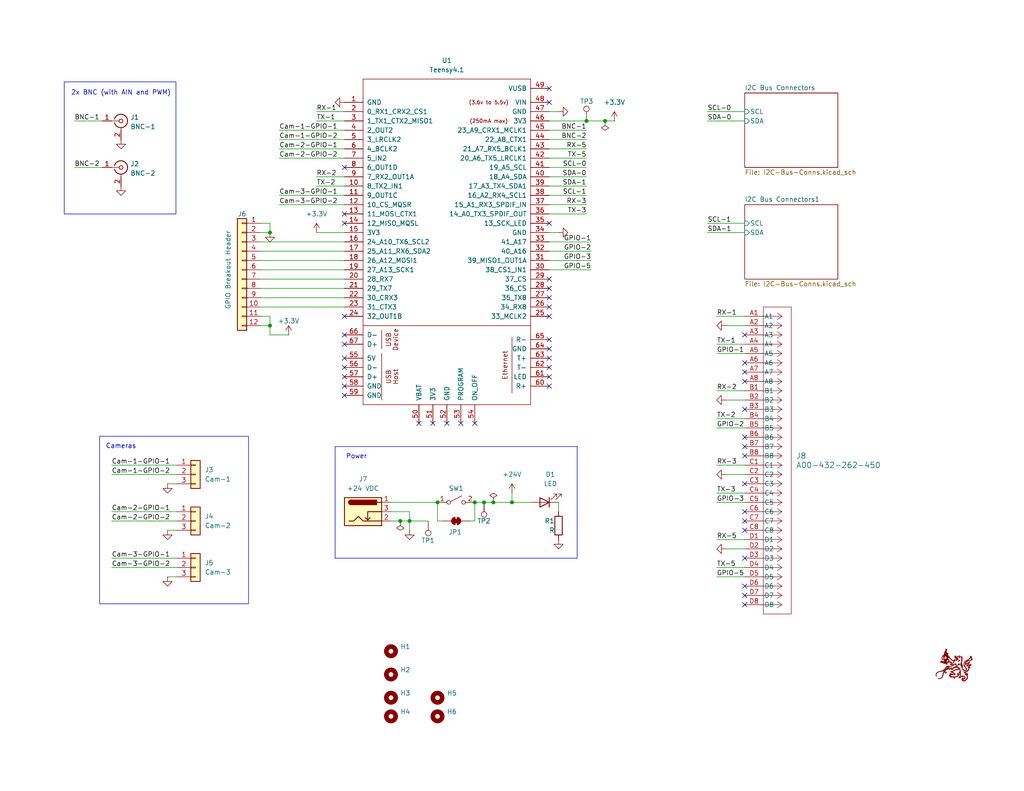
<source format=kicad_sch>
(kicad_sch (version 20250114) (generator "eeschema") (generator_version "9.0")
  (paper "USLetter")
  (title_block (title "Datta Lab Humidity Chamber Controller") (date "2026-01-07") (rev "1.0") (company "HMS Research Instrumentation Core"))
  (lib_symbols
    (symbol "Connector:Barrel_Jack_Switch" (pin_names (hide yes))
      (property "Reference" "J" (at 0 5.334 0))
      (property "Value" "Barrel_Jack_Switch" (at 0 -5.08 0))
      (symbol "Barrel_Jack_Switch_1_1"
        (pin passive line (at 7.62 2.54 180) (length 2.54) (name "~") (number "1"))
        (pin passive line (at 7.62 0 180) (length 2.54) (name "~") (number "3"))
        (pin passive line (at 7.62 -2.54 180) (length 2.54) (name "~") (number "2"))
      )
    )
    (symbol "Connector:Conn_Coaxial" (pin_names (offset 1.016) (hide yes))
      (property "Reference" "J" (at 0.254 3.048 0))
      (property "Value" "Conn_Coaxial" (at 2.921 0 90))
      (symbol "Conn_Coaxial_1_1"
        (pin passive line (at -5.08 0 0) (length 2.54) (name "In") (number "1"))
        (pin passive line (at 0 -5.08 90) (length 2.54) (name "Ext") (number "2"))
      )
    )
    (symbol "Connector:TestPoint" (pin_numbers (hide yes)) (pin_names (offset 0.762) (hide yes))
      (property "Reference" "TP" (at 0 6.858 0))
      (property "Value" "TestPoint" (at 0 5.08 0))
      (symbol "TestPoint_1_1"
        (pin passive line (at 0 0 90) (length 2.54) (name "1") (number "1"))
      )
    )
    (symbol "Connector_Generic:Conn_01x03" (pin_names (offset 1.016) (hide yes))
      (property "Reference" "J" (at 0 5.08 0))
      (property "Value" "Conn_01x03" (at 0 -5.08 0))
      (symbol "Conn_01x03_1_1"
        (pin passive line (at -5.08 2.54 0) (length 3.81) (name "Pin_1") (number "1"))
        (pin passive line (at -5.08 0 0) (length 3.81) (name "Pin_2") (number "2"))
        (pin passive line (at -5.08 -2.54 0) (length 3.81) (name "Pin_3") (number "3"))
      )
    )
    (symbol "Connector_Generic:Conn_01x12" (pin_names (offset 1.016) (hide yes))
      (property "Reference" "J" (at 0 15.24 0))
      (property "Value" "Conn_01x12" (at 0 -17.78 0))
      (symbol "Conn_01x12_1_1"
        (pin passive line (at -5.08 12.7 0) (length 3.81) (name "Pin_1") (number "1"))
        (pin passive line (at -5.08 10.16 0) (length 3.81) (name "Pin_2") (number "2"))
        (pin passive line (at -5.08 7.62 0) (length 3.81) (name "Pin_3") (number "3"))
        (pin passive line (at -5.08 5.08 0) (length 3.81) (name "Pin_4") (number "4"))
        (pin passive line (at -5.08 2.54 0) (length 3.81) (name "Pin_5") (number "5"))
        (pin passive line (at -5.08 0 0) (length 3.81) (name "Pin_6") (number "6"))
        (pin passive line (at -5.08 -2.54 0) (length 3.81) (name "Pin_7") (number "7"))
        (pin passive line (at -5.08 -5.08 0) (length 3.81) (name "Pin_8") (number "8"))
        (pin passive line (at -5.08 -7.62 0) (length 3.81) (name "Pin_9") (number "9"))
        (pin passive line (at -5.08 -10.16 0) (length 3.81) (name "Pin_10") (number "10"))
        (pin passive line (at -5.08 -12.7 0) (length 3.81) (name "Pin_11") (number "11"))
        (pin passive line (at -5.08 -15.24 0) (length 3.81) (name "Pin_12") (number "12"))
      )
    )
    (symbol "Device:LED" (pin_numbers (hide yes)) (pin_names (offset 1.016) (hide yes))
      (property "Reference" "D" (at 0 2.54 0))
      (property "Value" "LED" (at 0 -2.54 0))
      (symbol "LED_1_1"
        (pin passive line (at -3.81 0 0) (length 2.54) (name "K") (number "1"))
        (pin passive line (at 3.81 0 180) (length 2.54) (name "A") (number "2"))
      )
    )
    (symbol "Device:R" (pin_numbers (hide yes)) (pin_names (offset 0))
      (property "Reference" "R" (at 2.032 0 90))
      (property "Value" "R" (at 0 0 90))
      (symbol "R_1_1"
        (pin passive line (at 0 3.81 270) (length 1.27) (name "~") (number "1"))
        (pin passive line (at 0 -3.81 90) (length 1.27) (name "~") (number "2"))
      )
    )
    (symbol "Jumper:SolderJumper_2_Bridged" (pin_numbers (hide yes)) (pin_names (offset 0) (hide yes)) (exclude_from_sim yes) (in_bom no)
      (property "Reference" "JP" (at 0 2.032 0))
      (property "Value" "SolderJumper_2_Bridged" (at 0 -2.54 0))
      (symbol "SolderJumper_2_Bridged_1_1"
        (pin passive line (at -3.81 0 0) (length 2.54) (name "A") (number "1"))
        (pin passive line (at 3.81 0 180) (length 2.54) (name "B") (number "2"))
      )
    )
    (symbol "Mechanical:MountingHole" (pin_names (offset 1.016)) (exclude_from_sim yes) (in_bom no)
      (property "Reference" "H" (at 0 5.08 0))
      (property "Value" "MountingHole" (at 0 3.175 0))
    )
    (symbol "RIC_Logo:RIC_Logo" (pin_names (offset 1.016)))
    (symbol "RJ45_x4:A00-432-262-450" (pin_names (offset 0.254))
      (property "Reference" "J" (at 8.89 6.35 0))
      (property "Value" "A00-432-262-450" (at 0 0 0))
      (symbol "A00-432-262-450_1_1"
        (pin unspecified line (at 0 0 0) (length 5.08) (name "A1") (number "A1"))
        (pin unspecified line (at 0 -2.54 0) (length 5.08) (name "A2") (number "A2"))
        (pin unspecified line (at 0 -5.08 0) (length 5.08) (name "A3") (number "A3"))
        (pin unspecified line (at 0 -7.62 0) (length 5.08) (name "A4") (number "A4"))
        (pin unspecified line (at 0 -10.16 0) (length 5.08) (name "A5") (number "A5"))
        (pin unspecified line (at 0 -12.7 0) (length 5.08) (name "A6") (number "A6"))
        (pin unspecified line (at 0 -15.24 0) (length 5.08) (name "A7") (number "A7"))
        (pin unspecified line (at 0 -17.78 0) (length 5.08) (name "A8") (number "A8"))
        (pin unspecified line (at 0 -20.32 0) (length 5.08) (name "B1") (number "B1"))
        (pin unspecified line (at 0 -22.86 0) (length 5.08) (name "B2") (number "B2"))
        (pin unspecified line (at 0 -25.4 0) (length 5.08) (name "B3") (number "B3"))
        (pin unspecified line (at 0 -27.94 0) (length 5.08) (name "B4") (number "B4"))
        (pin unspecified line (at 0 -30.48 0) (length 5.08) (name "B5") (number "B5"))
        (pin unspecified line (at 0 -33.02 0) (length 5.08) (name "B6") (number "B6"))
        (pin unspecified line (at 0 -35.56 0) (length 5.08) (name "B7") (number "B7"))
        (pin unspecified line (at 0 -38.1 0) (length 5.08) (name "B8") (number "B8"))
        (pin unspecified line (at 0 -40.64 0) (length 5.08) (name "C1") (number "C1"))
        (pin unspecified line (at 0 -43.18 0) (length 5.08) (name "C2") (number "C2"))
        (pin unspecified line (at 0 -45.72 0) (length 5.08) (name "C3") (number "C3"))
        (pin unspecified line (at 0 -48.26 0) (length 5.08) (name "C4") (number "C4"))
        (pin unspecified line (at 0 -50.8 0) (length 5.08) (name "C5") (number "C5"))
        (pin unspecified line (at 0 -53.34 0) (length 5.08) (name "C6") (number "C6"))
        (pin unspecified line (at 0 -55.88 0) (length 5.08) (name "C7") (number "C7"))
        (pin unspecified line (at 0 -58.42 0) (length 5.08) (name "C8") (number "C8"))
        (pin unspecified line (at 0 -60.96 0) (length 5.08) (name "D1") (number "D1"))
        (pin unspecified line (at 0 -63.5 0) (length 5.08) (name "D2") (number "D2"))
        (pin unspecified line (at 0 -66.04 0) (length 5.08) (name "D3") (number "D3"))
        (pin unspecified line (at 0 -68.58 0) (length 5.08) (name "D4") (number "D4"))
        (pin unspecified line (at 0 -71.12 0) (length 5.08) (name "D5") (number "D5"))
        (pin unspecified line (at 0 -73.66 0) (length 5.08) (name "D6") (number "D6"))
        (pin unspecified line (at 0 -76.2 0) (length 5.08) (name "D7") (number "D7"))
        (pin unspecified line (at 0 -78.74 0) (length 5.08) (name "D8") (number "D8"))
      )
      (symbol "A00-432-262-450_1_2"
        (pin unspecified line (at 0 0 0) (length 5.08) (name "A1") (number "A1"))
        (pin unspecified line (at 0 -2.54 0) (length 5.08) (name "A2") (number "A2"))
        (pin unspecified line (at 0 -5.08 0) (length 5.08) (name "A3") (number "A3"))
        (pin unspecified line (at 0 -7.62 0) (length 5.08) (name "A4") (number "A4"))
        (pin unspecified line (at 0 -10.16 0) (length 5.08) (name "A5") (number "A5"))
        (pin unspecified line (at 0 -12.7 0) (length 5.08) (name "A6") (number "A6"))
        (pin unspecified line (at 0 -15.24 0) (length 5.08) (name "A7") (number "A7"))
        (pin unspecified line (at 0 -17.78 0) (length 5.08) (name "A8") (number "A8"))
        (pin unspecified line (at 0 -20.32 0) (length 5.08) (name "B1") (number "B1"))
        (pin unspecified line (at 0 -22.86 0) (length 5.08) (name "B2") (number "B2"))
        (pin unspecified line (at 0 -25.4 0) (length 5.08) (name "B3") (number "B3"))
        (pin unspecified line (at 0 -27.94 0) (length 5.08) (name "B4") (number "B4"))
        (pin unspecified line (at 0 -30.48 0) (length 5.08) (name "B5") (number "B5"))
        (pin unspecified line (at 0 -33.02 0) (length 5.08) (name "B6") (number "B6"))
        (pin unspecified line (at 0 -35.56 0) (length 5.08) (name "B7") (number "B7"))
        (pin unspecified line (at 0 -38.1 0) (length 5.08) (name "B8") (number "B8"))
        (pin unspecified line (at 0 -40.64 0) (length 5.08) (name "C1") (number "C1"))
        (pin unspecified line (at 0 -43.18 0) (length 5.08) (name "C2") (number "C2"))
        (pin unspecified line (at 0 -45.72 0) (length 5.08) (name "C3") (number "C3"))
        (pin unspecified line (at 0 -48.26 0) (length 5.08) (name "C4") (number "C4"))
        (pin unspecified line (at 0 -50.8 0) (length 5.08) (name "C5") (number "C5"))
        (pin unspecified line (at 0 -53.34 0) (length 5.08) (name "C6") (number "C6"))
        (pin unspecified line (at 0 -55.88 0) (length 5.08) (name "C7") (number "C7"))
        (pin unspecified line (at 0 -58.42 0) (length 5.08) (name "C8") (number "C8"))
        (pin unspecified line (at 0 -60.96 0) (length 5.08) (name "D1") (number "D1"))
        (pin unspecified line (at 0 -63.5 0) (length 5.08) (name "D2") (number "D2"))
        (pin unspecified line (at 0 -66.04 0) (length 5.08) (name "D3") (number "D3"))
        (pin unspecified line (at 0 -68.58 0) (length 5.08) (name "D4") (number "D4"))
        (pin unspecified line (at 0 -71.12 0) (length 5.08) (name "D5") (number "D5"))
        (pin unspecified line (at 0 -73.66 0) (length 5.08) (name "D6") (number "D6"))
        (pin unspecified line (at 0 -76.2 0) (length 5.08) (name "D7") (number "D7"))
        (pin unspecified line (at 0 -78.74 0) (length 5.08) (name "D8") (number "D8"))
      )
    )
    (symbol "Switch:SW_SPST" (pin_names (offset 0) (hide yes))
      (property "Reference" "SW" (at 0 3.175 0))
      (property "Value" "SW_SPST" (at 0 -2.54 0))
      (symbol "SW_SPST_1_1"
        (pin passive line (at -5.08 0 0) (length 2.54) (name "A") (number "1"))
        (pin passive line (at 5.08 0 180) (length 2.54) (name "B") (number "2"))
      )
    )
    (symbol "power:+24V" (power) (pin_numbers (hide yes)) (pin_names (offset 0) (hide yes))
      (property "Value" "+24V" (at 0 3.556 0))
      (symbol "+24V_1_1"
        (pin power_in line (at 0 0 90) (length 0) (name "~") (number "1"))
      )
    )
    (symbol "power:+3.3V" (power) (pin_numbers (hide yes)) (pin_names (offset 0) (hide yes))
      (property "Value" "+3.3V" (at 0 3.556 0))
      (symbol "+3.3V_1_1"
        (pin power_in line (at 0 0 90) (length 0) (name "~") (number "1"))
      )
    )
    (symbol "power:GND" (power) (pin_numbers (hide yes)) (pin_names (offset 0) (hide yes))
      (property "Value" "GND" (at 0 -3.81 0))
      (symbol "GND_1_1"
        (pin power_in line (at 0 0 270) (length 0) (name "~") (number "1"))
      )
    )
    (symbol "power:PWR_FLAG" (power) (pin_numbers (hide yes)) (pin_names (offset 0) (hide yes))
      (property "Value" "PWR_FLAG" (at 0 3.81 0))
      (symbol "PWR_FLAG_0_0"
        (pin power_out line (at 0 0 90) (length 0) (name "~") (number "1"))
      )
    )
    (symbol "teensy:Teensy4.1" (pin_names (offset 1.016))
      (property "Reference" "U" (at 0 64.77 0))
      (property "Value" "Teensy4.1" (at 0 62.23 0))
      (symbol "Teensy4.1_0_0"
        (text "USB" (at -15.875 -10.16 900) (effects (font (size 1.27 1.27))))
        (text "USB" (at -15.875 -20.32 900) (effects (font (size 1.27 1.27))))
        (text "Device" (at -13.97 -10.16 900) (effects (font (size 1.27 1.27))))
        (text "Host" (at -13.97 -20.32 900) (effects (font (size 1.27 1.27))))
        (text "(3.6v to 5.5v)" (at 11.43 54.61 0) (effects (font (size 1.016 1.016))))
        (text "(250mA max)" (at 11.43 49.53 0) (effects (font (size 1.016 1.016))))
        (text "Ethernet" (at 15.875 -17.145 900) (effects (font (size 1.27 1.27))))
        (pin bidirectional line (at -27.94 44.45 0) (length 5.08) (name "3_LRCLK2") (number "5"))
        (pin bidirectional line (at -27.94 41.91 0) (length 5.08) (name "4_BCLK2") (number "6"))
        (pin bidirectional line (at -27.94 39.37 0) (length 5.08) (name "5_IN2") (number "7"))
        (pin bidirectional line (at -27.94 36.83 0) (length 5.08) (name "6_OUT1D") (number "8"))
        (pin bidirectional line (at -27.94 34.29 0) (length 5.08) (name "7_RX2_OUT1A") (number "9"))
        (pin bidirectional line (at -27.94 31.75 0) (length 5.08) (name "8_TX2_IN1") (number "10"))
        (pin bidirectional line (at -27.94 29.21 0) (length 5.08) (name "9_OUT1C") (number "11"))
        (pin bidirectional line (at -27.94 26.67 0) (length 5.08) (name "10_CS_MQSR") (number "12"))
        (pin bidirectional line (at -27.94 24.13 0) (length 5.08) (name "11_MOSI_CTX1") (number "13"))
        (pin bidirectional line (at -27.94 21.59 0) (length 5.08) (name "12_MISO_MQSL") (number "14"))
        (pin power_in line (at -27.94 19.05 0) (length 5.08) (name "3V3") (number "15"))
        (pin bidirectional line (at -27.94 16.51 0) (length 5.08) (name "24_A10_TX6_SCL2") (number "16"))
        (pin bidirectional line (at -27.94 13.97 0) (length 5.08) (name "25_A11_RX6_SDA2") (number "17"))
        (pin bidirectional line (at -27.94 11.43 0) (length 5.08) (name "26_A12_MOSI1") (number "18"))
        (pin bidirectional line (at -27.94 8.89 0) (length 5.08) (name "27_A13_SCK1") (number "19"))
        (pin bidirectional line (at -27.94 6.35 0) (length 5.08) (name "28_RX7") (number "20"))
        (pin bidirectional line (at -27.94 3.81 0) (length 5.08) (name "29_TX7") (number "21"))
        (pin bidirectional line (at -27.94 1.27 0) (length 5.08) (name "30_CRX3") (number "22"))
        (pin bidirectional line (at -27.94 -1.27 0) (length 5.08) (name "31_CTX3") (number "23"))
        (pin bidirectional line (at -27.94 -3.81 0) (length 5.08) (name "32_OUT1B") (number "24"))
        (pin bidirectional line (at -27.94 -8.89 0) (length 5.08) (name "D-") (number "66"))
        (pin bidirectional line (at -27.94 -11.43 0) (length 5.08) (name "D+") (number "67"))
        (pin power_out line (at -27.94 -15.24 0) (length 5.08) (name "5V") (number "55"))
        (pin bidirectional line (at -27.94 -17.78 0) (length 5.08) (name "D-") (number "56"))
        (pin bidirectional line (at -27.94 -20.32 0) (length 5.08) (name "D+") (number "57"))
        (pin power_in line (at -27.94 -22.86 0) (length 5.08) (name "GND") (number "58"))
        (pin power_in line (at -27.94 -25.4 0) (length 5.08) (name "GND") (number "59"))
        (pin power_in line (at -7.62 -33.02 90) (length 5.08) (name "VBAT") (number "50"))
        (pin power_in line (at -3.81 -33.02 90) (length 5.08) (name "3V3") (number "51"))
        (pin input line (at 0 -33.02 90) (length 5.08) (name "GND") (number "52"))
        (pin input line (at 3.81 -33.02 90) (length 5.08) (name "PROGRAM") (number "53"))
        (pin input line (at 7.62 -33.02 90) (length 5.08) (name "ON_OFF") (number "54"))
        (pin power_out line (at 27.94 58.42 180) (length 5.08) (name "VUSB") (number "49"))
        (pin power_in line (at 27.94 54.61 180) (length 5.08) (name "VIN") (number "48"))
        (pin output line (at 27.94 52.07 180) (length 5.08) (name "GND") (number "47"))
        (pin output line (at 27.94 49.53 180) (length 5.08) (name "3V3") (number "46"))
        (pin bidirectional line (at 27.94 46.99 180) (length 5.08) (name "23_A9_CRX1_MCLK1") (number "45"))
        (pin bidirectional line (at 27.94 44.45 180) (length 5.08) (name "22_A8_CTX1") (number "44"))
        (pin bidirectional line (at 27.94 41.91 180) (length 5.08) (name "21_A7_RX5_BCLK1") (number "43"))
        (pin bidirectional line (at 27.94 39.37 180) (length 5.08) (name "20_A6_TX5_LRCLK1") (number "42"))
        (pin bidirectional line (at 27.94 36.83 180) (length 5.08) (name "19_A5_SCL") (number "41"))
        (pin bidirectional line (at 27.94 34.29 180) (length 5.08) (name "18_A4_SDA") (number "40"))
        (pin bidirectional line (at 27.94 31.75 180) (length 5.08) (name "17_A3_TX4_SDA1") (number "39"))
        (pin bidirectional line (at 27.94 29.21 180) (length 5.08) (name "16_A2_RX4_SCL1") (number "38"))
        (pin bidirectional line (at 27.94 26.67 180) (length 5.08) (name "15_A1_RX3_SPDIF_IN") (number "37"))
        (pin bidirectional line (at 27.94 24.13 180) (length 5.08) (name "14_A0_TX3_SPDIF_OUT") (number "36"))
        (pin bidirectional line (at 27.94 21.59 180) (length 5.08) (name "13_SCK_LED") (number "35"))
        (pin bidirectional line (at 27.94 16.51 180) (length 5.08) (name "41_A17") (number "33"))
        (pin bidirectional line (at 27.94 13.97 180) (length 5.08) (name "40_A16") (number "32"))
        (pin bidirectional line (at 27.94 11.43 180) (length 5.08) (name "39_MISO1_OUT1A") (number "31"))
        (pin bidirectional line (at 27.94 8.89 180) (length 5.08) (name "38_CS1_IN1") (number "30"))
        (pin bidirectional line (at 27.94 6.35 180) (length 5.08) (name "37_CS") (number "29"))
        (pin bidirectional line (at 27.94 3.81 180) (length 5.08) (name "36_CS") (number "28"))
        (pin bidirectional line (at 27.94 1.27 180) (length 5.08) (name "35_TX8") (number "27"))
        (pin bidirectional line (at 27.94 -1.27 180) (length 5.08) (name "34_RX8") (number "26"))
        (pin bidirectional line (at 27.94 -3.81 180) (length 5.08) (name "33_MCLK2") (number "25"))
        (pin bidirectional line (at 27.94 -10.16 180) (length 5.08) (name "R-") (number "65"))
        (pin power_in line (at 27.94 -12.7 180) (length 5.08) (name "GND") (number "64"))
        (pin bidirectional line (at 27.94 -15.24 180) (length 5.08) (name "T+") (number "63"))
        (pin bidirectional line (at 27.94 -17.78 180) (length 5.08) (name "T-") (number "62"))
        (pin bidirectional line (at 27.94 -20.32 180) (length 5.08) (name "LED") (number "61"))
        (pin bidirectional line (at 27.94 -22.86 180) (length 5.08) (name "R+") (number "60"))
      )
      (symbol "Teensy4.1_1_1"
        (pin power_in line (at -27.94 54.61 0) (length 5.08) (name "GND") (number "1"))
        (pin bidirectional line (at -27.94 52.07 0) (length 5.08) (name "0_RX1_CRX2_CS1") (number "2"))
        (pin bidirectional line (at -27.94 49.53 0) (length 5.08) (name "1_TX1_CTX2_MISO1") (number "3"))
        (pin bidirectional line (at -27.94 46.99 0) (length 5.08) (name "2_OUT2") (number "4"))
        (pin power_in line (at 27.94 19.05 180) (length 5.08) (name "GND") (number "34"))
      )
    )
  )
  (rectangle (start 17.526 22.352) (end 48.006 58.42))
  (rectangle (start 27.178 119.126) (end 67.818 164.846))
  (rectangle (start 91.44 121.92) (end 157.48 152.4))
  (text "Power" (at 97.282 124.714 0) (effects (font (size 1.27 1.27))))
  (text "Cameras" (at 33.02 121.92 0) (effects (font (size 1.27 1.27))))
  (text "2x BNC (with AIN and PWM)" (at 33.02 25.4 0) (effects (font (size 1.27 1.27))))
  (junction (at 129.54 137.16))
  (junction (at 134.62 137.16))
  (junction (at 160.02 33.02))
  (junction (at 165.1 33.02))
  (junction (at 73.66 63.5))
  (junction (at 119.38 137.16))
  (junction (at 73.66 88.9))
  (junction (at 111.76 142.24))
  (junction (at 132.08 137.16))
  (junction (at 109.22 142.24))
  (junction (at 139.7 137.16))
  (no_connect (at 93.98 105.41))
  (no_connect (at 203.2 165.1))
  (no_connect (at 149.86 97.79))
  (no_connect (at 149.86 100.33))
  (no_connect (at 149.86 60.96))
  (no_connect (at 93.98 102.87))
  (no_connect (at 118.11 115.57))
  (no_connect (at 149.86 92.71))
  (no_connect (at 203.2 124.46))
  (no_connect (at 121.92 115.57))
  (no_connect (at 203.2 101.6))
  (no_connect (at 93.98 97.79))
  (no_connect (at 149.86 81.28))
  (no_connect (at 114.3 115.57))
  (no_connect (at 93.98 107.95))
  (no_connect (at 149.86 83.82))
  (no_connect (at 203.2 142.24))
  (no_connect (at 93.98 86.36))
  (no_connect (at 203.2 144.78))
  (no_connect (at 149.86 24.13))
  (no_connect (at 129.54 115.57))
  (no_connect (at 93.98 100.33))
  (no_connect (at 203.2 139.7))
  (no_connect (at 149.86 95.25))
  (no_connect (at 203.2 152.4))
  (no_connect (at 203.2 99.06))
  (no_connect (at 93.98 93.98))
  (no_connect (at 203.2 160.02))
  (no_connect (at 203.2 132.08))
  (no_connect (at 203.2 91.44))
  (no_connect (at 125.73 115.57))
  (no_connect (at 149.86 78.74))
  (no_connect (at 93.98 45.72))
  (no_connect (at 203.2 162.56))
  (no_connect (at 203.2 104.14))
  (no_connect (at 149.86 76.2))
  (no_connect (at 149.86 86.36))
  (no_connect (at 203.2 119.38))
  (no_connect (at 149.86 27.94))
  (no_connect (at 149.86 105.41))
  (no_connect (at 93.98 91.44))
  (no_connect (at 149.86 102.87))
  (no_connect (at 93.98 58.42))
  (no_connect (at 93.98 60.96))
  (no_connect (at 203.2 121.92))
  (no_connect (at 203.2 111.76))
  (wire (pts (xy 139.7 137.16) (xy 139.7 134.62)))
  (wire (pts (xy 195.58 154.94) (xy 203.2 154.94)))
  (wire (pts (xy 106.68 139.7) (xy 111.76 139.7)))
  (wire (pts (xy 71.12 68.58) (xy 93.98 68.58)))
  (wire (pts (xy 149.86 66.04) (xy 161.29 66.04)))
  (wire (pts (xy 160.02 43.18) (xy 149.86 43.18)))
  (wire (pts (xy 20.32 45.72) (xy 27.94 45.72)))
  (wire (pts (xy 73.66 86.36) (xy 73.66 88.9)))
  (wire (pts (xy 195.58 96.52) (xy 203.2 96.52)))
  (wire (pts (xy 76.2 53.34) (xy 93.98 53.34)))
  (wire (pts (xy 149.86 73.66) (xy 161.29 73.66)))
  (wire (pts (xy 86.36 50.8) (xy 93.98 50.8)))
  (wire (pts (xy 71.12 83.82) (xy 93.98 83.82)))
  (wire (pts (xy 30.48 142.24) (xy 48.26 142.24)))
  (wire (pts (xy 71.12 73.66) (xy 93.98 73.66)))
  (wire (pts (xy 30.48 129.54) (xy 48.26 129.54)))
  (wire (pts (xy 109.22 142.24) (xy 111.76 142.24)))
  (wire (pts (xy 198.12 88.9) (xy 203.2 88.9)))
  (wire (pts (xy 149.86 33.02) (xy 160.02 33.02)))
  (wire (pts (xy 149.86 55.88) (xy 160.02 55.88)))
  (wire (pts (xy 160.02 48.26) (xy 149.86 48.26)))
  (wire (pts (xy 71.12 88.9) (xy 73.66 88.9)))
  (wire (pts (xy 149.86 40.64) (xy 160.02 40.64)))
  (wire (pts (xy 111.76 139.7) (xy 111.76 142.24)))
  (wire (pts (xy 139.7 137.16) (xy 144.78 137.16)))
  (wire (pts (xy 71.12 71.12) (xy 93.98 71.12)))
  (wire (pts (xy 160.02 33.02) (xy 165.1 33.02)))
  (wire (pts (xy 76.2 43.18) (xy 93.98 43.18)))
  (wire (pts (xy 129.54 137.16) (xy 132.08 137.16)))
  (wire (pts (xy 71.12 86.36) (xy 73.66 86.36)))
  (wire (pts (xy 73.66 63.5) (xy 73.66 60.96)))
  (wire (pts (xy 195.58 116.84) (xy 203.2 116.84)))
  (wire (pts (xy 149.86 38.1) (xy 160.02 38.1)))
  (wire (pts (xy 195.58 137.16) (xy 203.2 137.16)))
  (wire (pts (xy 71.12 76.2) (xy 93.98 76.2)))
  (wire (pts (xy 128.27 142.24) (xy 129.54 142.24)))
  (wire (pts (xy 195.58 147.32) (xy 203.2 147.32)))
  (wire (pts (xy 198.12 149.86) (xy 203.2 149.86)))
  (wire (pts (xy 160.02 45.72) (xy 149.86 45.72)))
  (wire (pts (xy 195.58 93.98) (xy 203.2 93.98)))
  (wire (pts (xy 76.2 40.64) (xy 93.98 40.64)))
  (wire (pts (xy 149.86 35.56) (xy 160.02 35.56)))
  (wire (pts (xy 198.12 129.54) (xy 203.2 129.54)))
  (wire (pts (xy 119.38 137.16) (xy 119.38 142.24)))
  (wire (pts (xy 152.4 137.16) (xy 152.4 139.7)))
  (wire (pts (xy 106.68 137.16) (xy 119.38 137.16)))
  (wire (pts (xy 71.12 66.04) (xy 93.98 66.04)))
  (wire (pts (xy 134.62 137.16) (xy 139.7 137.16)))
  (wire (pts (xy 193.04 60.96) (xy 203.2 60.96)))
  (wire (pts (xy 73.66 91.44) (xy 73.66 88.9)))
  (wire (pts (xy 195.58 86.36) (xy 203.2 86.36)))
  (wire (pts (xy 119.38 142.24) (xy 120.65 142.24)))
  (wire (pts (xy 149.86 63.5) (xy 152.4 63.5)))
  (wire (pts (xy 111.76 142.24) (xy 116.84 142.24)))
  (wire (pts (xy 45.72 132.08) (xy 48.26 132.08)))
  (wire (pts (xy 86.36 30.48) (xy 93.98 30.48)))
  (wire (pts (xy 76.2 38.1) (xy 93.98 38.1)))
  (wire (pts (xy 195.58 134.62) (xy 203.2 134.62)))
  (wire (pts (xy 45.72 144.78) (xy 48.26 144.78)))
  (wire (pts (xy 71.12 81.28) (xy 93.98 81.28)))
  (wire (pts (xy 165.1 33.02) (xy 167.64 33.02)))
  (wire (pts (xy 193.04 30.48) (xy 203.2 30.48)))
  (wire (pts (xy 149.86 68.58) (xy 161.29 68.58)))
  (wire (pts (xy 76.2 35.56) (xy 93.98 35.56)))
  (wire (pts (xy 160.02 53.34) (xy 149.86 53.34)))
  (wire (pts (xy 129.54 142.24) (xy 129.54 137.16)))
  (wire (pts (xy 195.58 106.68) (xy 203.2 106.68)))
  (wire (pts (xy 106.68 142.24) (xy 109.22 142.24)))
  (wire (pts (xy 195.58 157.48) (xy 203.2 157.48)))
  (wire (pts (xy 86.36 33.02) (xy 93.98 33.02)))
  (wire (pts (xy 71.12 78.74) (xy 93.98 78.74)))
  (wire (pts (xy 86.36 48.26) (xy 93.98 48.26)))
  (wire (pts (xy 193.04 63.5) (xy 203.2 63.5)))
  (wire (pts (xy 73.66 60.96) (xy 71.12 60.96)))
  (wire (pts (xy 149.86 71.12) (xy 161.29 71.12)))
  (wire (pts (xy 20.32 33.02) (xy 27.94 33.02)))
  (wire (pts (xy 76.2 55.88) (xy 93.98 55.88)))
  (wire (pts (xy 71.12 63.5) (xy 73.66 63.5)))
  (wire (pts (xy 198.12 109.22) (xy 203.2 109.22)))
  (wire (pts (xy 30.48 127) (xy 48.26 127)))
  (wire (pts (xy 30.48 139.7) (xy 48.26 139.7)))
  (wire (pts (xy 195.58 114.3) (xy 203.2 114.3)))
  (wire (pts (xy 132.08 137.16) (xy 134.62 137.16)))
  (wire (pts (xy 78.74 91.44) (xy 73.66 91.44)))
  (wire (pts (xy 30.48 154.94) (xy 48.26 154.94)))
  (wire (pts (xy 111.76 142.24) (xy 111.76 144.78)))
  (wire (pts (xy 193.04 33.02) (xy 203.2 33.02)))
  (wire (pts (xy 195.58 127) (xy 203.2 127)))
  (wire (pts (xy 93.98 63.5) (xy 86.36 63.5)))
  (wire (pts (xy 45.72 157.48) (xy 48.26 157.48)))
  (wire (pts (xy 149.86 58.42) (xy 160.02 58.42)))
  (wire (pts (xy 160.02 50.8) (xy 149.86 50.8)))
  (wire (pts (xy 149.86 30.48) (xy 152.4 30.48)))
  (wire (pts (xy 30.48 152.4) (xy 48.26 152.4)))
  (label "SCL-1" (at 193.04 60.96 0))
  (label "Cam-3-GPIO-2" (at 30.48 154.94 0))
  (label "GPIO-5" (at 161.29 73.66 180))
  (label "SCL-0" (at 193.04 30.48 0))
  (label "Cam-2-GPIO-2" (at 76.2 43.18 0))
  (label "RX-5" (at 160.02 40.64 180))
  (label "RX-3" (at 195.58 127 0))
  (label "GPIO-1" (at 161.29 66.04 180))
  (label "SDA-0" (at 160.02 48.26 180))
  (label "BNC-1" (at 160.02 35.56 180))
  (label "SCL-0" (at 160.02 45.72 180))
  (label "TX-3" (at 195.58 134.62 0))
  (label "TX-5" (at 195.58 154.94 0))
  (label "Cam-3-GPIO-1" (at 76.2 53.34 0))
  (label "TX-1" (at 86.36 33.02 0))
  (label "Cam-1-GPIO-2" (at 76.2 38.1 0))
  (label "RX-1" (at 86.36 30.48 0))
  (label "TX-2" (at 195.58 114.3 0))
  (label "TX-5" (at 160.02 43.18 180))
  (label "Cam-1-GPIO-1" (at 76.2 35.56 0))
  (label "RX-5" (at 195.58 147.32 0))
  (label "GPIO-3" (at 161.29 71.12 180))
  (label "GPIO-3" (at 195.58 137.16 0))
  (label "Cam-1-GPIO-1" (at 30.48 127 0))
  (label "SCL-1" (at 160.02 53.34 180))
  (label "Cam-2-GPIO-2" (at 30.48 142.24 0))
  (label "Cam-2-GPIO-1" (at 30.48 139.7 0))
  (label "Cam-3-GPIO-2" (at 76.2 55.88 0))
  (label "GPIO-2" (at 161.29 68.58 180))
  (label "Cam-2-GPIO-1" (at 76.2 40.64 0))
  (label "RX-2" (at 86.36 48.26 0))
  (label "SDA-1" (at 160.02 50.8 180))
  (label "BNC-2" (at 20.32 45.72 0))
  (label "RX-1" (at 195.58 86.36 0))
  (label "TX-1" (at 195.58 93.98 0))
  (label "GPIO-1" (at 195.58 96.52 0))
  (label "Cam-1-GPIO-2" (at 30.48 129.54 0))
  (label "SDA-1" (at 193.04 63.5 0))
  (label "SDA-0" (at 193.04 33.02 0))
  (label "TX-3" (at 160.02 58.42 180))
  (label "GPIO-5" (at 195.58 157.48 0))
  (label "RX-3" (at 160.02 55.88 180))
  (label "BNC-1" (at 20.32 33.02 0))
  (label "GPIO-2" (at 195.58 116.84 0))
  (label "Cam-3-GPIO-1" (at 30.48 152.4 0))
  (label "TX-2" (at 86.36 50.8 0))
  (label "BNC-2" (at 160.02 38.1 180))
  (label "RX-2" (at 195.58 106.68 0))
  (symbol (lib_id "power:GND") (at 33.02 38.1 0) (unit 1)
    (property "Reference" "#PWR01" (effects (hide yes)))
    (property "Value" "GND" (effects (hide yes)))
    (property "Description" "Power symbol creates a global label with name \"GND\" , ground" (effects (hide yes)))
  )
  (symbol (lib_id "Device:LED") (at 148.59 137.16 180) (unit 1)
    (property "Reference" "D1" (at 150.1775 129.54 0))
    (property "Value" "LED" (at 150.1775 132.08 0))
    (property "Footprint" "LED_THT:LED_D3.0mm" (effects (hide yes)))
    (property "Description" "Light emitting diode" (effects (hide yes)))
    (property "Sim.Pins" "1=K 2=A" (effects (hide yes)))
  )
  (symbol (lib_id "power:GND") (at 111.76 144.78 0) (unit 1)
    (property "Reference" "#PWR010" (effects (hide yes)))
    (property "Value" "GND" (effects (hide yes)))
    (property "Description" "Power symbol creates a global label with name \"GND\" , ground" (effects (hide yes)))
  )
  (symbol (lib_id "Connector:Conn_Coaxial") (at 33.02 33.02 0) (unit 1)
    (property "Reference" "J1" (at 35.56 32.0431 0) (effects (justify left)))
    (property "Value" "BNC-1" (at 35.56 34.5831 0) (effects (justify left)))
    (property "Footprint" "Connector_Coaxial:BNC_Amphenol_B6252HB-NPP3G-50_Horizontal" (effects (hide yes)))
    (property "Description" "coaxial connector (BNC, SMA, SMB, SMC, Cinch/RCA, LEMO, ...)" (effects (hide yes)))
  )
  (symbol (lib_id "teensy:Teensy4.1") (at 121.92 82.55 0) (unit 1)
    (property "Reference" "U1" (at 121.92 16.51 0))
    (property "Value" "Teensy4.1" (at 121.92 19.05 0))
    (property "Footprint" "teensy:Teensy41_noInternalPins" (effects (hide yes)))
  )
  (symbol (lib_id "power:+3.3V") (at 78.74 91.44 0) (unit 1)
    (property "Reference" "#PWR07" (effects (hide yes)))
    (property "Value" "+3.3V" (at 78.74 87.63 0))
    (property "Description" "Power symbol creates a global label with name \"+3.3V\"" (effects (hide yes)))
  )
  (symbol (lib_id "Switch:SW_SPST") (at 124.46 137.16 0) (unit 1)
    (property "Reference" "SW1" (at 124.46 133.35 0))
    (property "Value" "500SSP1S1M6QEA" (effects (hide yes)))
    (property "Footprint" "OnOff_Switch:SW_500SSP1S1M6QEA" (effects (hide yes)))
    (property "Description" "E-Switch 500SSP1S1M6QEA (EG2478-ND)" (effects (hide yes)))
  )
  (symbol (lib_id "Connector:Barrel_Jack_Switch") (at 99.06 139.7 0) (unit 1)
    (property "Reference" "J7" (at 99.06 130.81 0))
    (property "Value" "+24 VDC" (at 99.06 133.35 0))
    (property "Footprint" "Connector_BarrelJack:BarrelJack_CUI_PJ-102AH_Horizontal" (effects (hide yes)))
    (property "Description" "DC Barrel Jack with an internal switch" (effects (hide yes)))
  )
  (symbol (lib_id "Connector:TestPoint") (at 132.08 137.16 180) (unit 1)
    (property "Reference" "TP2" (at 133.858 142.24 0) (effects (justify left)))
    (property "Value" "24V" (effects (hide yes)))
    (property "Footprint" "TestPoint:TestPoint_Loop_D1.80mm_Drill1.0mm_Beaded" (effects (hide yes)))
    (property "Description" "test point" (effects (hide yes)))
  )
  (symbol (lib_id "power:+3.3V") (at 167.64 33.02 0) (unit 1)
    (property "Reference" "#PWR015" (effects (hide yes)))
    (property "Value" "+3.3V" (at 167.64 27.94 0))
    (property "Description" "Power symbol creates a global label with name \"+3.3V\"" (effects (hide yes)))
  )
  (symbol (lib_id "Connector:Conn_Coaxial") (at 33.02 45.72 0) (unit 1)
    (property "Reference" "J2" (at 35.56 44.7431 0) (effects (justify left)))
    (property "Value" "BNC-2" (at 35.56 47.2831 0) (effects (justify left)))
    (property "Footprint" "Connector_Coaxial:BNC_Amphenol_B6252HB-NPP3G-50_Horizontal" (effects (hide yes)))
    (property "Description" "coaxial connector (BNC, SMA, SMB, SMC, Cinch/RCA, LEMO, ...)" (effects (hide yes)))
  )
  (symbol (lib_id "Mechanical:MountingHole") (at 106.68 184.15 0) (unit 1) (exclude_from_sim yes) (in_bom no)
    (property "Reference" "H2" (at 109.22 182.8799 0) (effects (justify left)))
    (property "Value" "MountingHole" (effects (hide yes)))
    (property "Footprint" "MountingHole:MountingHole_3.2mm_M3" (effects (hide yes)))
    (property "Description" "Mounting Hole without connection" (effects (hide yes)))
  )
  (symbol (lib_id "RIC_Logo:RIC_Logo") (at 260.35 181.61 0) (unit 1)
    (property "Reference" "G1" (effects (hide yes)))
    (property "Value" "RIC_Logo" (effects (hide yes)))
    (property "Footprint" "RIC Logo Footprints:RIC_Logo_15mm" (effects (hide yes)))
  )
  (symbol (lib_id "power:+24V") (at 139.7 134.62 0) (unit 1)
    (property "Reference" "#PWR011" (effects (hide yes)))
    (property "Value" "+24V" (at 139.7 129.54 0))
    (property "Description" "Power symbol creates a global label with name \"+24V\"" (effects (hide yes)))
  )
  (symbol (lib_id "Connector_Generic:Conn_01x03") (at 53.34 154.94 0) (unit 1)
    (property "Reference" "J5" (at 55.88 153.6699 0) (effects (justify left)))
    (property "Value" "Cam-3" (at 55.88 156.2099 0) (effects (justify left)))
    (property "Footprint" "Connector_PinSocket_2.54mm:PinSocket_1x03_P2.54mm_Vertical" (effects (hide yes)))
    (property "Description" "Generic connector, single row, 01x03, script generated (kicad-library-utils/schlib/autogen/connector/)" (effects (hide yes)))
  )
  (symbol (lib_id "power:PWR_FLAG") (at 165.1 33.02 180) (unit 1)
    (property "Reference" "#FLG03" (effects (hide yes)))
    (property "Value" "PWR_FLAG" (effects (hide yes)))
    (property "Description" "Special symbol for telling ERC where power comes from" (effects (hide yes)))
  )
  (symbol (lib_id "Device:R") (at 152.4 143.51 0) (unit 1)
    (property "Reference" "R1" (at 148.59 142.24 0) (effects (justify left)))
    (property "Value" "R" (at 149.86 144.78 0) (effects (justify left)))
    (property "Footprint" "Resistor_THT:R_Axial_DIN0207_L6.3mm_D2.5mm_P10.16mm_Horizontal" (effects (hide yes)))
    (property "Description" "Resistor" (effects (hide yes)))
  )
  (symbol (lib_id "power:PWR_FLAG") (at 134.62 137.16 0) (unit 1)
    (property "Reference" "#FLG02" (effects (hide yes)))
    (property "Value" "PWR_FLAG" (effects (hide yes)))
    (property "Description" "Special symbol for telling ERC where power comes from" (effects (hide yes)))
  )
  (symbol (lib_id "Connector_Generic:Conn_01x12") (at 66.04 73.66 0) (mirror y) (unit 1)
    (property "Reference" "J6" (at 66.04 58.42 0))
    (property "Value" "GPIO Breakout Header" (at 62.23 73.66 90))
    (property "Footprint" "Connector_PinHeader_2.54mm:PinHeader_1x12_P2.54mm_Vertical" (effects (hide yes)))
    (property "Description" "Generic connector, single row, 01x12, script generated (kicad-library-utils/schlib/autogen/connector/)" (effects (hide yes)))
  )
  (symbol (lib_id "Jumper:SolderJumper_2_Bridged") (at 124.46 142.24 0) (unit 1) (exclude_from_sim yes) (in_bom no)
    (property "Reference" "JP1" (at 124.206 145.288 0))
    (property "Value" "SolderJumper_2_Open" (effects (hide yes)))
    (property "Footprint" "Jumper:SolderJumper-2_P1.3mm_Bridged_RoundedPad1.0x1.5mm" (effects (hide yes)))
    (property "Description" "Solder Jumper, 2-pole, closed/bridged" (effects (hide yes)))
  )
  (symbol (lib_id "Mechanical:MountingHole") (at 119.38 195.58 0) (unit 1) (exclude_from_sim yes) (in_bom no)
    (property "Reference" "H6" (at 121.92 194.3099 0) (effects (justify left)))
    (property "Value" "MountingHole" (effects (hide yes)))
    (property "Footprint" "MountingHole:MountingHole_3.2mm_M3" (effects (hide yes)))
    (property "Description" "Mounting Hole without connection" (effects (hide yes)))
  )
  (symbol (lib_id "power:GND") (at 198.12 129.54 270) (unit 1)
    (property "Reference" "#PWR018" (effects (hide yes)))
    (property "Value" "GND" (effects (hide yes)))
    (property "Description" "Power symbol creates a global label with name \"GND\" , ground" (effects (hide yes)))
  )
  (symbol (lib_id "power:GND") (at 198.12 109.22 270) (unit 1)
    (property "Reference" "#PWR017" (effects (hide yes)))
    (property "Value" "GND" (effects (hide yes)))
    (property "Description" "Power symbol creates a global label with name \"GND\" , ground" (effects (hide yes)))
  )
  (symbol (lib_id "power:GND") (at 198.12 149.86 270) (unit 1)
    (property "Reference" "#PWR019" (effects (hide yes)))
    (property "Value" "GND" (effects (hide yes)))
    (property "Description" "Power symbol creates a global label with name \"GND\" , ground" (effects (hide yes)))
  )
  (symbol (lib_id "power:GND") (at 45.72 157.48 0) (unit 1)
    (property "Reference" "#PWR05" (effects (hide yes)))
    (property "Value" "GND" (effects (hide yes)))
    (property "Description" "Power symbol creates a global label with name \"GND\" , ground" (effects (hide yes)))
  )
  (symbol (lib_id "power:GND") (at 198.12 88.9 270) (unit 1)
    (property "Reference" "#PWR016" (effects (hide yes)))
    (property "Value" "GND" (effects (hide yes)))
    (property "Description" "Power symbol creates a global label with name \"GND\" , ground" (effects (hide yes)))
  )
  (symbol (lib_id "Mechanical:MountingHole") (at 119.38 190.5 0) (unit 1) (exclude_from_sim yes) (in_bom no)
    (property "Reference" "H5" (at 121.92 189.2299 0) (effects (justify left)))
    (property "Value" "MountingHole" (effects (hide yes)))
    (property "Footprint" "MountingHole:MountingHole_3.2mm_M3" (effects (hide yes)))
    (property "Description" "Mounting Hole without connection" (effects (hide yes)))
  )
  (symbol (lib_id "power:GND") (at 93.98 27.94 270) (unit 1)
    (property "Reference" "#PWR09" (effects (hide yes)))
    (property "Value" "GND" (effects (hide yes)))
    (property "Description" "Power symbol creates a global label with name \"GND\" , ground" (effects (hide yes)))
  )
  (symbol (lib_id "RJ45_x4:A00-432-262-450") (at 203.2 86.36 0) (unit 1)
    (property "Reference" "J8" (at 217.17 124.4599 0) (effects (font (size 1.524 1.524)) (justify left)))
    (property "Value" "A00-432-262-450" (at 217.17 126.9999 0) (effects (font (size 1.524 1.524)) (justify left)))
    (property "Footprint" "RJ45_x4:CONN_A00-432-262-450_EDA" (effects (hide yes)))
    (property "Datasheet" "A00-432-262-450" (effects (hide yes)))
  )
  (symbol (lib_id "Mechanical:MountingHole") (at 106.68 195.58 0) (unit 1) (exclude_from_sim yes) (in_bom no)
    (property "Reference" "H4" (at 109.22 194.3099 0) (effects (justify left)))
    (property "Value" "MountingHole" (effects (hide yes)))
    (property "Footprint" "MountingHole:MountingHole_3.2mm_M3" (effects (hide yes)))
    (property "Description" "Mounting Hole without connection" (effects (hide yes)))
  )
  (symbol (lib_id "power:PWR_FLAG") (at 109.22 142.24 180) (unit 1)
    (property "Reference" "#FLG01" (effects (hide yes)))
    (property "Value" "PWR_FLAG" (effects (hide yes)))
    (property "Description" "Special symbol for telling ERC where power comes from" (effects (hide yes)))
  )
  (symbol (lib_id "power:GND") (at 152.4 63.5 90) (unit 1)
    (property "Reference" "#PWR013" (effects (hide yes)))
    (property "Value" "GND" (effects (hide yes)))
    (property "Description" "Power symbol creates a global label with name \"GND\" , ground" (effects (hide yes)))
  )
  (symbol (lib_id "power:GND") (at 152.4 147.32 0) (unit 1)
    (property "Reference" "#PWR014" (effects (hide yes)))
    (property "Value" "GND" (effects (hide yes)))
    (property "Description" "Power symbol creates a global label with name \"GND\" , ground" (effects (hide yes)))
  )
  (symbol (lib_id "Connector_Generic:Conn_01x03") (at 53.34 142.24 0) (unit 1)
    (property "Reference" "J4" (at 55.88 140.9699 0) (effects (justify left)))
    (property "Value" "Cam-2" (at 55.88 143.5099 0) (effects (justify left)))
    (property "Footprint" "Connector_PinSocket_2.54mm:PinSocket_1x03_P2.54mm_Vertical" (effects (hide yes)))
    (property "Description" "Generic connector, single row, 01x03, script generated (kicad-library-utils/schlib/autogen/connector/)" (effects (hide yes)))
  )
  (symbol (lib_id "Mechanical:MountingHole") (at 106.68 190.5 0) (unit 1) (exclude_from_sim yes) (in_bom no)
    (property "Reference" "H3" (at 109.22 189.2299 0) (effects (justify left)))
    (property "Value" "MountingHole" (effects (hide yes)))
    (property "Footprint" "MountingHole:MountingHole_3.2mm_M3" (effects (hide yes)))
    (property "Description" "Mounting Hole without connection" (effects (hide yes)))
  )
  (symbol (lib_id "Mechanical:MountingHole") (at 106.68 177.8 0) (unit 1) (exclude_from_sim yes) (in_bom no)
    (property "Reference" "H1" (at 109.22 176.5299 0) (effects (justify left)))
    (property "Value" "MountingHole" (effects (hide yes)))
    (property "Footprint" "MountingHole:MountingHole_3.2mm_M3" (effects (hide yes)))
    (property "Description" "Mounting Hole without connection" (effects (hide yes)))
  )
  (symbol (lib_id "power:GND") (at 45.72 132.08 0) (unit 1)
    (property "Reference" "#PWR03" (effects (hide yes)))
    (property "Value" "GND" (effects (hide yes)))
    (property "Description" "Power symbol creates a global label with name \"GND\" , ground" (effects (hide yes)))
  )
  (symbol (lib_id "Connector_Generic:Conn_01x03") (at 53.34 129.54 0) (unit 1)
    (property "Reference" "J3" (at 55.88 128.2699 0) (effects (justify left)))
    (property "Value" "Cam-1" (at 55.88 130.8099 0) (effects (justify left)))
    (property "Footprint" "Connector_PinSocket_2.54mm:PinSocket_1x03_P2.54mm_Vertical" (effects (hide yes)))
    (property "Description" "Generic connector, single row, 01x03, script generated (kicad-library-utils/schlib/autogen/connector/)" (effects (hide yes)))
  )
  (symbol (lib_id "power:GND") (at 73.66 63.5 0) (unit 1)
    (property "Reference" "#PWR06" (effects (hide yes)))
    (property "Value" "GND" (effects (hide yes)))
    (property "Description" "Power symbol creates a global label with name \"GND\" , ground" (effects (hide yes)))
  )
  (symbol (lib_id "Connector:TestPoint") (at 160.02 33.02 0) (unit 1)
    (property "Reference" "TP3" (at 158.242 27.686 0) (effects (justify left)))
    (property "Value" "3V3" (effects (hide yes)))
    (property "Footprint" "TestPoint:TestPoint_Loop_D1.80mm_Drill1.0mm_Beaded" (effects (hide yes)))
    (property "Description" "test point" (effects (hide yes)))
  )
  (symbol (lib_id "Connector:TestPoint") (at 116.84 142.24 180) (unit 1)
    (property "Reference" "TP1" (at 118.618 147.574 0) (effects (justify left)))
    (property "Value" "Gnd" (effects (hide yes)))
    (property "Footprint" "TestPoint:TestPoint_Loop_D1.80mm_Drill1.0mm_Beaded" (effects (hide yes)))
    (property "Description" "test point" (effects (hide yes)))
  )
  (symbol (lib_id "power:GND") (at 45.72 144.78 0) (unit 1)
    (property "Reference" "#PWR04" (effects (hide yes)))
    (property "Value" "GND" (effects (hide yes)))
    (property "Description" "Power symbol creates a global label with name \"GND\" , ground" (effects (hide yes)))
  )
  (symbol (lib_id "power:+3.3V") (at 86.36 63.5 0) (mirror y) (unit 1)
    (property "Reference" "#PWR08" (effects (hide yes)))
    (property "Value" "+3.3V" (at 86.36 58.42 0))
    (property "Description" "Power symbol creates a global label with name \"+3.3V\"" (effects (hide yes)))
  )
  (symbol (lib_id "power:GND") (at 152.4 30.48 90) (unit 1)
    (property "Reference" "#PWR012" (effects (hide yes)))
    (property "Value" "GND" (effects (hide yes)))
    (property "Description" "Power symbol creates a global label with name \"GND\" , ground" (effects (hide yes)))
  )
  (symbol (lib_id "power:GND") (at 33.02 50.8 0) (unit 1)
    (property "Reference" "#PWR02" (effects (hide yes)))
    (property "Value" "GND" (effects (hide yes)))
    (property "Description" "Power symbol creates a global label with name \"GND\" , ground" (effects (hide yes)))
  )
  (sheet (at 203.2 25.4) (size 25.4 20.32) (stroke (width 0.1524))
    (property "Sheetname" "I2C Bus Connectors" (at 203.2 24.6884 0) (effects (justify left bottom)))
    (property "Sheetfile" "I2C-Bus-Conns.kicad_sch" (at 203.2 46.3046 0) (effects (justify left top)))
    (pin "SCL" input (at 203.2 30.48 180))
    (pin "SDA" input (at 203.2 33.02 180))
  )
  (sheet (at 203.2 55.88) (size 25.4 20.32) (stroke (width 0.1524))
    (property "Sheetname" "I2C Bus Connectors1" (at 203.2 55.1684 0) (effects (justify left bottom)))
    (property "Sheetfile" "I2C-Bus-Conns.kicad_sch" (at 203.2 76.7846 0) (effects (justify left top)))
    (pin "SCL" input (at 203.2 60.96 180))
    (pin "SDA" input (at 203.2 63.5 180))
  )
)
</source>
